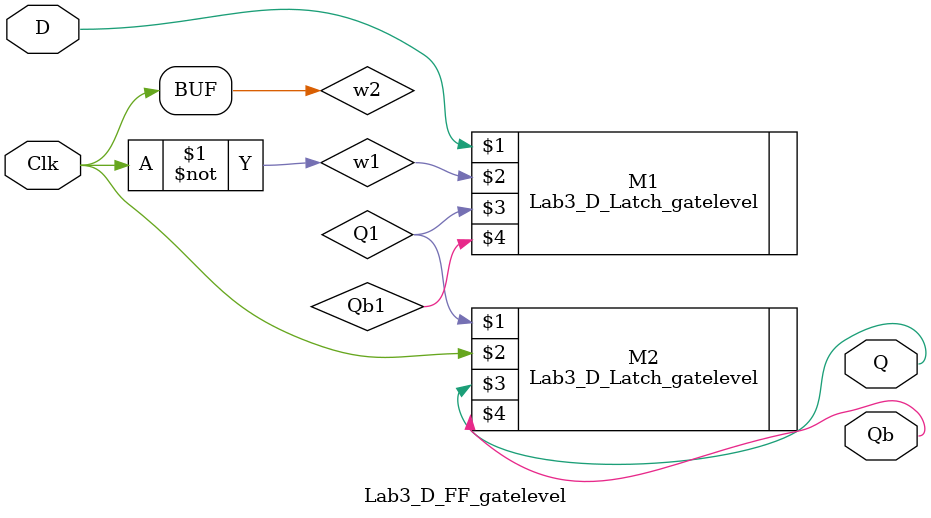
<source format=v>
module Lab3_D_FF_gatelevel(input D, Clk, output Q, Qb);

    wire w1, w2;
    wire Q1, Qb1;

    not #(1) G1(w1, Clk);
    Lab3_D_Latch_gatelevel M1(D, w1, Q1, Qb1);
    not #(1) G2(w2, w1);
    Lab3_D_Latch_gatelevel M2(Q1, w2, Q, Qb);


endmodule
</source>
